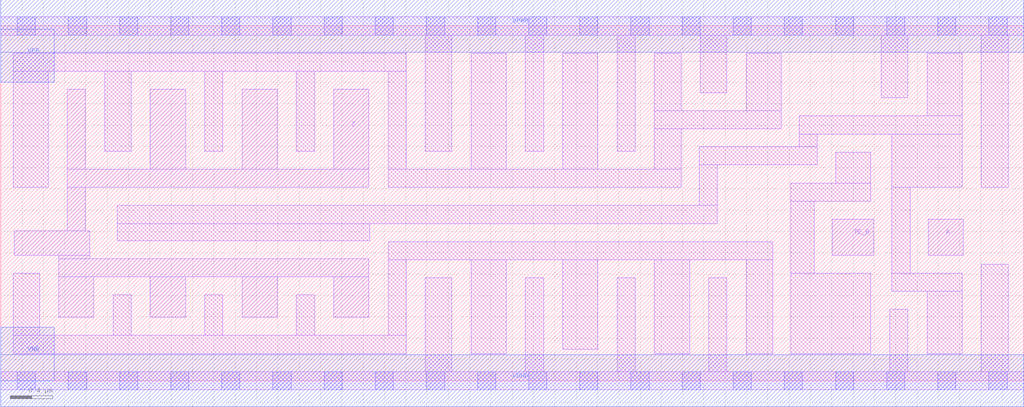
<source format=lef>
# Copyright 2020 The SkyWater PDK Authors
#
# Licensed under the Apache License, Version 2.0 (the "License");
# you may not use this file except in compliance with the License.
# You may obtain a copy of the License at
#
#     https://www.apache.org/licenses/LICENSE-2.0
#
# Unless required by applicable law or agreed to in writing, software
# distributed under the License is distributed on an "AS IS" BASIS,
# WITHOUT WARRANTIES OR CONDITIONS OF ANY KIND, either express or implied.
# See the License for the specific language governing permissions and
# limitations under the License.
#
# SPDX-License-Identifier: Apache-2.0

VERSION 5.5 ;
NAMESCASESENSITIVE ON ;
BUSBITCHARS "[]" ;
DIVIDERCHAR "/" ;
MACRO sky130_fd_sc_lp__ebufn_8
  CLASS CORE ;
  SOURCE USER ;
  ORIGIN  0.000000  0.000000 ;
  SIZE  9.600000 BY  3.330000 ;
  SYMMETRY X Y R90 ;
  SITE unit ;
  PIN A
    ANTENNAGATEAREA  0.630000 ;
    DIRECTION INPUT ;
    USE SIGNAL ;
    PORT
      LAYER li1 ;
        RECT 8.705000 1.180000 9.035000 1.515000 ;
    END
  END A
  PIN TE_B
    ANTENNAGATEAREA  1.827000 ;
    DIRECTION INPUT ;
    USE SIGNAL ;
    PORT
      LAYER li1 ;
        RECT 7.805000 1.180000 8.195000 1.515000 ;
    END
  END TE_B
  PIN Z
    ANTENNADIFFAREA  2.352000 ;
    DIRECTION OUTPUT ;
    USE SIGNAL ;
    PORT
      LAYER li1 ;
        RECT 0.125000 1.180000 0.835000 1.410000 ;
        RECT 0.545000 0.595000 0.875000 0.975000 ;
        RECT 0.545000 0.975000 3.455000 1.145000 ;
        RECT 0.545000 1.145000 0.835000 1.180000 ;
        RECT 0.625000 1.410000 0.795000 1.815000 ;
        RECT 0.625000 1.815000 3.455000 1.985000 ;
        RECT 0.625000 1.985000 0.795000 2.735000 ;
        RECT 1.405000 0.595000 1.735000 0.975000 ;
        RECT 1.405000 1.985000 1.735000 2.735000 ;
        RECT 2.265000 0.595000 2.595000 0.975000 ;
        RECT 2.265000 1.985000 2.595000 2.735000 ;
        RECT 3.125000 0.595000 3.455000 0.975000 ;
        RECT 3.125000 1.985000 3.455000 2.735000 ;
    END
  END Z
  PIN VGND
    DIRECTION INOUT ;
    USE GROUND ;
    PORT
      LAYER met1 ;
        RECT 0.000000 -0.245000 9.600000 0.245000 ;
    END
  END VGND
  PIN VNB
    DIRECTION INOUT ;
    USE GROUND ;
    PORT
      LAYER met1 ;
        RECT 0.000000 0.000000 0.500000 0.500000 ;
    END
  END VNB
  PIN VPB
    DIRECTION INOUT ;
    USE POWER ;
    PORT
      LAYER met1 ;
        RECT 0.000000 2.800000 0.500000 3.300000 ;
    END
  END VPB
  PIN VPWR
    DIRECTION INOUT ;
    USE POWER ;
    PORT
      LAYER met1 ;
        RECT 0.000000 3.085000 9.600000 3.575000 ;
    END
  END VPWR
  OBS
    LAYER li1 ;
      RECT 0.000000 -0.085000 9.600000 0.085000 ;
      RECT 0.000000  3.245000 9.600000 3.415000 ;
      RECT 0.115000  0.255000 3.805000 0.425000 ;
      RECT 0.115000  0.425000 0.365000 1.010000 ;
      RECT 0.115000  1.815000 0.445000 2.905000 ;
      RECT 0.115000  2.905000 3.805000 3.075000 ;
      RECT 0.975000  2.155000 1.225000 2.905000 ;
      RECT 1.055000  0.425000 1.225000 0.805000 ;
      RECT 1.095000  1.315000 3.465000 1.475000 ;
      RECT 1.095000  1.475000 6.725000 1.645000 ;
      RECT 1.915000  0.425000 2.085000 0.805000 ;
      RECT 1.915000  2.155000 2.085000 2.905000 ;
      RECT 2.775000  0.425000 2.945000 0.805000 ;
      RECT 2.775000  2.155000 2.945000 2.905000 ;
      RECT 3.635000  0.425000 3.805000 1.135000 ;
      RECT 3.635000  1.135000 7.245000 1.305000 ;
      RECT 3.635000  1.815000 6.385000 1.985000 ;
      RECT 3.635000  1.985000 3.805000 2.905000 ;
      RECT 3.985000  0.085000 4.235000 0.965000 ;
      RECT 3.985000  2.155000 4.235000 3.245000 ;
      RECT 4.415000  0.255000 4.745000 1.135000 ;
      RECT 4.415000  1.985000 4.745000 3.075000 ;
      RECT 4.925000  0.085000 5.095000 0.965000 ;
      RECT 4.925000  2.155000 5.095000 3.245000 ;
      RECT 5.275000  0.295000 5.605000 1.135000 ;
      RECT 5.275000  1.985000 5.605000 3.075000 ;
      RECT 5.785000  0.085000 5.955000 0.965000 ;
      RECT 5.785000  2.155000 5.955000 3.245000 ;
      RECT 6.135000  0.255000 6.465000 1.135000 ;
      RECT 6.135000  1.985000 6.385000 2.365000 ;
      RECT 6.135000  2.365000 7.325000 2.535000 ;
      RECT 6.135000  2.535000 6.385000 3.075000 ;
      RECT 6.555000  1.645000 6.725000 2.025000 ;
      RECT 6.555000  2.025000 7.665000 2.195000 ;
      RECT 6.565000  2.705000 6.815000 3.245000 ;
      RECT 6.645000  0.085000 6.815000 0.965000 ;
      RECT 6.995000  0.255000 7.245000 1.135000 ;
      RECT 6.995000  2.535000 7.325000 3.075000 ;
      RECT 7.415000  0.255000 8.165000 1.010000 ;
      RECT 7.415000  1.010000 7.635000 1.685000 ;
      RECT 7.415000  1.685000 8.165000 1.855000 ;
      RECT 7.495000  2.195000 7.665000 2.315000 ;
      RECT 7.495000  2.315000 9.025000 2.485000 ;
      RECT 7.835000  1.855000 8.165000 2.145000 ;
      RECT 8.265000  2.655000 8.515000 3.245000 ;
      RECT 8.345000  0.085000 8.515000 0.670000 ;
      RECT 8.365000  0.840000 9.025000 1.010000 ;
      RECT 8.365000  1.010000 8.535000 1.815000 ;
      RECT 8.365000  1.815000 9.025000 2.315000 ;
      RECT 8.695000  0.255000 9.025000 0.840000 ;
      RECT 8.695000  2.485000 9.025000 3.075000 ;
      RECT 9.205000  0.085000 9.455000 1.095000 ;
      RECT 9.205000  1.815000 9.455000 3.245000 ;
    LAYER mcon ;
      RECT 0.155000 -0.085000 0.325000 0.085000 ;
      RECT 0.155000  3.245000 0.325000 3.415000 ;
      RECT 0.635000 -0.085000 0.805000 0.085000 ;
      RECT 0.635000  3.245000 0.805000 3.415000 ;
      RECT 1.115000 -0.085000 1.285000 0.085000 ;
      RECT 1.115000  3.245000 1.285000 3.415000 ;
      RECT 1.595000 -0.085000 1.765000 0.085000 ;
      RECT 1.595000  3.245000 1.765000 3.415000 ;
      RECT 2.075000 -0.085000 2.245000 0.085000 ;
      RECT 2.075000  3.245000 2.245000 3.415000 ;
      RECT 2.555000 -0.085000 2.725000 0.085000 ;
      RECT 2.555000  3.245000 2.725000 3.415000 ;
      RECT 3.035000 -0.085000 3.205000 0.085000 ;
      RECT 3.035000  3.245000 3.205000 3.415000 ;
      RECT 3.515000 -0.085000 3.685000 0.085000 ;
      RECT 3.515000  3.245000 3.685000 3.415000 ;
      RECT 3.995000 -0.085000 4.165000 0.085000 ;
      RECT 3.995000  3.245000 4.165000 3.415000 ;
      RECT 4.475000 -0.085000 4.645000 0.085000 ;
      RECT 4.475000  3.245000 4.645000 3.415000 ;
      RECT 4.955000 -0.085000 5.125000 0.085000 ;
      RECT 4.955000  3.245000 5.125000 3.415000 ;
      RECT 5.435000 -0.085000 5.605000 0.085000 ;
      RECT 5.435000  3.245000 5.605000 3.415000 ;
      RECT 5.915000 -0.085000 6.085000 0.085000 ;
      RECT 5.915000  3.245000 6.085000 3.415000 ;
      RECT 6.395000 -0.085000 6.565000 0.085000 ;
      RECT 6.395000  3.245000 6.565000 3.415000 ;
      RECT 6.875000 -0.085000 7.045000 0.085000 ;
      RECT 6.875000  3.245000 7.045000 3.415000 ;
      RECT 7.355000 -0.085000 7.525000 0.085000 ;
      RECT 7.355000  3.245000 7.525000 3.415000 ;
      RECT 7.835000 -0.085000 8.005000 0.085000 ;
      RECT 7.835000  3.245000 8.005000 3.415000 ;
      RECT 8.315000 -0.085000 8.485000 0.085000 ;
      RECT 8.315000  3.245000 8.485000 3.415000 ;
      RECT 8.795000 -0.085000 8.965000 0.085000 ;
      RECT 8.795000  3.245000 8.965000 3.415000 ;
      RECT 9.275000 -0.085000 9.445000 0.085000 ;
      RECT 9.275000  3.245000 9.445000 3.415000 ;
  END
END sky130_fd_sc_lp__ebufn_8

</source>
